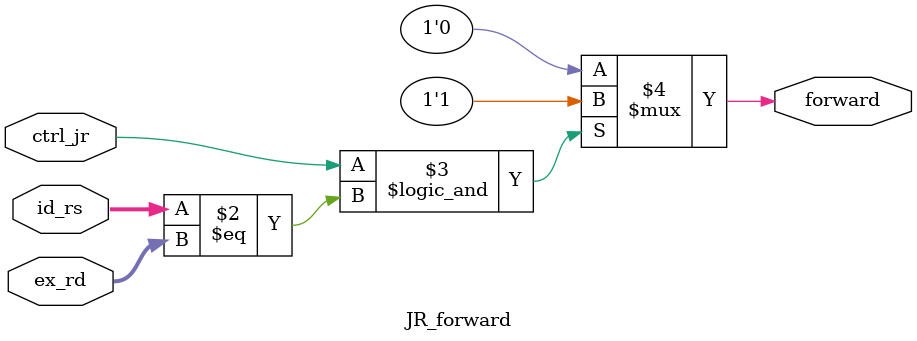
<source format=v>
module FU(id_ex_rt, id_ex_rs, ex_mem_rd, mem_wb_rd, ex_mem_rw, mem_wb_rw, forwarda, forwardb);

input [3:0] id_ex_rt, id_ex_rs, ex_mem_rd, mem_wb_rd;
input ex_mem_rw, mem_wb_rw;
output reg [1:0] forwarda, forwardb;

localparam NO_HAZARD  = 2'b00;
localparam EX_HAZARD  = 2'b10;
localparam MEM_HAZARD = 2'b01;

always @(*) begin
	if ((ex_mem_rw & |ex_mem_rd) & (ex_mem_rd == id_ex_rs)) begin
		forwarda <= EX_HAZARD;
	end else if ((mem_wb_rw & |mem_wb_rd) & (mem_wb_rd == id_ex_rs)) begin
		forwarda <= MEM_HAZARD;
	end else begin
		forwarda <= NO_HAZARD;
	end

	if ((ex_mem_rw & |ex_mem_rd) & (ex_mem_rd == id_ex_rt)) begin
		forwardb <= EX_HAZARD;
	end else if ((mem_wb_rw & |mem_wb_rd) & (mem_wb_rd == id_ex_rt)) begin
		forwardb <= MEM_HAZARD;
	end else begin
		forwardb <= NO_HAZARD;
	end
end

endmodule

module JR_forward(ctrl_jr, id_rs, ex_rd, forward);

input [3:0] id_rs, ex_rd;
input ctrl_jr;
output reg forward;

localparam FORWARD    = 1'b1;
localparam NO_FORWARD = 1'b0;

always @(*) begin
	forward = (ctrl_jr && (id_rs == ex_rd)) ? FORWARD : NO_FORWARD;
end

endmodule

</source>
